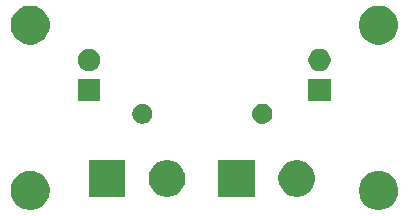
<source format=gts>
G04 #@! TF.GenerationSoftware,KiCad,Pcbnew,5.0.2+dfsg1-1+deb10u1*
G04 #@! TF.CreationDate,2023-11-23T01:58:30+01:00*
G04 #@! TF.ProjectId,Carte _lectronique pilotage variateur,43617274-6520-4e96-9c65-6374726f6e69,rev?*
G04 #@! TF.SameCoordinates,Original*
G04 #@! TF.FileFunction,Soldermask,Top*
G04 #@! TF.FilePolarity,Negative*
%FSLAX46Y46*%
G04 Gerber Fmt 4.6, Leading zero omitted, Abs format (unit mm)*
G04 Created by KiCad (PCBNEW 5.0.2+dfsg1-1+deb10u1) date jeu. 23 nov. 2023 01:58:30 CET*
%MOMM*%
%LPD*%
G01*
G04 APERTURE LIST*
%ADD10C,0.150000*%
G04 APERTURE END LIST*
D10*
G36*
X157375256Y-98391298D02*
X157481579Y-98412447D01*
X157782042Y-98536903D01*
X158048852Y-98715180D01*
X158052454Y-98717587D01*
X158282413Y-98947546D01*
X158463098Y-99217960D01*
X158587553Y-99518422D01*
X158651000Y-99837389D01*
X158651000Y-100162611D01*
X158608856Y-100374479D01*
X158587553Y-100481579D01*
X158558798Y-100551000D01*
X158463098Y-100782040D01*
X158282413Y-101052454D01*
X158052454Y-101282413D01*
X158052451Y-101282415D01*
X157782042Y-101463097D01*
X157481579Y-101587553D01*
X157375256Y-101608702D01*
X157162611Y-101651000D01*
X156837389Y-101651000D01*
X156624744Y-101608702D01*
X156518421Y-101587553D01*
X156217958Y-101463097D01*
X155947549Y-101282415D01*
X155947546Y-101282413D01*
X155717587Y-101052454D01*
X155536902Y-100782040D01*
X155441202Y-100551000D01*
X155412447Y-100481579D01*
X155391144Y-100374479D01*
X155349000Y-100162611D01*
X155349000Y-99837389D01*
X155412447Y-99518422D01*
X155536902Y-99217960D01*
X155717587Y-98947546D01*
X155947546Y-98717587D01*
X155951148Y-98715180D01*
X156217958Y-98536903D01*
X156518421Y-98412447D01*
X156624744Y-98391298D01*
X156837389Y-98349000D01*
X157162611Y-98349000D01*
X157375256Y-98391298D01*
X157375256Y-98391298D01*
G37*
G36*
X186875256Y-98391298D02*
X186981579Y-98412447D01*
X187282042Y-98536903D01*
X187548852Y-98715180D01*
X187552454Y-98717587D01*
X187782413Y-98947546D01*
X187963098Y-99217960D01*
X188087553Y-99518422D01*
X188151000Y-99837389D01*
X188151000Y-100162611D01*
X188108856Y-100374479D01*
X188087553Y-100481579D01*
X188058798Y-100551000D01*
X187963098Y-100782040D01*
X187782413Y-101052454D01*
X187552454Y-101282413D01*
X187552451Y-101282415D01*
X187282042Y-101463097D01*
X186981579Y-101587553D01*
X186875256Y-101608702D01*
X186662611Y-101651000D01*
X186337389Y-101651000D01*
X186124744Y-101608702D01*
X186018421Y-101587553D01*
X185717958Y-101463097D01*
X185447549Y-101282415D01*
X185447546Y-101282413D01*
X185217587Y-101052454D01*
X185036902Y-100782040D01*
X184941202Y-100551000D01*
X184912447Y-100481579D01*
X184891144Y-100374479D01*
X184849000Y-100162611D01*
X184849000Y-99837389D01*
X184912447Y-99518422D01*
X185036902Y-99217960D01*
X185217587Y-98947546D01*
X185447546Y-98717587D01*
X185451148Y-98715180D01*
X185717958Y-98536903D01*
X186018421Y-98412447D01*
X186124744Y-98391298D01*
X186337389Y-98349000D01*
X186662611Y-98349000D01*
X186875256Y-98391298D01*
X186875256Y-98391298D01*
G37*
G36*
X168932527Y-97488736D02*
X169032410Y-97508604D01*
X169314674Y-97625521D01*
X169568705Y-97795259D01*
X169784741Y-98011295D01*
X169954479Y-98265326D01*
X170066969Y-98536903D01*
X170071396Y-98547591D01*
X170131000Y-98847238D01*
X170131000Y-99152762D01*
X170118031Y-99217960D01*
X170071396Y-99452410D01*
X169954479Y-99734674D01*
X169784741Y-99988705D01*
X169568705Y-100204741D01*
X169314674Y-100374479D01*
X169032410Y-100491396D01*
X168932527Y-100511264D01*
X168732762Y-100551000D01*
X168427238Y-100551000D01*
X168227473Y-100511264D01*
X168127590Y-100491396D01*
X167845326Y-100374479D01*
X167591295Y-100204741D01*
X167375259Y-99988705D01*
X167205521Y-99734674D01*
X167088604Y-99452410D01*
X167041969Y-99217960D01*
X167029000Y-99152762D01*
X167029000Y-98847238D01*
X167088604Y-98547591D01*
X167093031Y-98536903D01*
X167205521Y-98265326D01*
X167375259Y-98011295D01*
X167591295Y-97795259D01*
X167845326Y-97625521D01*
X168127590Y-97508604D01*
X168227473Y-97488736D01*
X168427238Y-97449000D01*
X168732762Y-97449000D01*
X168932527Y-97488736D01*
X168932527Y-97488736D01*
G37*
G36*
X179932527Y-97488736D02*
X180032410Y-97508604D01*
X180314674Y-97625521D01*
X180568705Y-97795259D01*
X180784741Y-98011295D01*
X180954479Y-98265326D01*
X181066969Y-98536903D01*
X181071396Y-98547591D01*
X181131000Y-98847238D01*
X181131000Y-99152762D01*
X181118031Y-99217960D01*
X181071396Y-99452410D01*
X180954479Y-99734674D01*
X180784741Y-99988705D01*
X180568705Y-100204741D01*
X180314674Y-100374479D01*
X180032410Y-100491396D01*
X179932527Y-100511264D01*
X179732762Y-100551000D01*
X179427238Y-100551000D01*
X179227473Y-100511264D01*
X179127590Y-100491396D01*
X178845326Y-100374479D01*
X178591295Y-100204741D01*
X178375259Y-99988705D01*
X178205521Y-99734674D01*
X178088604Y-99452410D01*
X178041969Y-99217960D01*
X178029000Y-99152762D01*
X178029000Y-98847238D01*
X178088604Y-98547591D01*
X178093031Y-98536903D01*
X178205521Y-98265326D01*
X178375259Y-98011295D01*
X178591295Y-97795259D01*
X178845326Y-97625521D01*
X179127590Y-97508604D01*
X179227473Y-97488736D01*
X179427238Y-97449000D01*
X179732762Y-97449000D01*
X179932527Y-97488736D01*
X179932527Y-97488736D01*
G37*
G36*
X176051000Y-100551000D02*
X172949000Y-100551000D01*
X172949000Y-97449000D01*
X176051000Y-97449000D01*
X176051000Y-100551000D01*
X176051000Y-100551000D01*
G37*
G36*
X165051000Y-100551000D02*
X161949000Y-100551000D01*
X161949000Y-97449000D01*
X165051000Y-97449000D01*
X165051000Y-100551000D01*
X165051000Y-100551000D01*
G37*
G36*
X176826821Y-92661313D02*
X176826824Y-92661314D01*
X176826825Y-92661314D01*
X176987239Y-92709975D01*
X176987241Y-92709976D01*
X176987244Y-92709977D01*
X177135078Y-92788995D01*
X177264659Y-92895341D01*
X177371005Y-93024922D01*
X177450023Y-93172756D01*
X177450024Y-93172759D01*
X177450025Y-93172761D01*
X177498686Y-93333175D01*
X177498687Y-93333179D01*
X177515117Y-93500000D01*
X177498687Y-93666821D01*
X177498686Y-93666824D01*
X177498686Y-93666825D01*
X177473993Y-93748228D01*
X177450023Y-93827244D01*
X177371005Y-93975078D01*
X177264659Y-94104659D01*
X177135078Y-94211005D01*
X176987244Y-94290023D01*
X176987241Y-94290024D01*
X176987239Y-94290025D01*
X176826825Y-94338686D01*
X176826824Y-94338686D01*
X176826821Y-94338687D01*
X176701804Y-94351000D01*
X176618196Y-94351000D01*
X176493179Y-94338687D01*
X176493176Y-94338686D01*
X176493175Y-94338686D01*
X176332761Y-94290025D01*
X176332759Y-94290024D01*
X176332756Y-94290023D01*
X176184922Y-94211005D01*
X176055341Y-94104659D01*
X175948995Y-93975078D01*
X175869977Y-93827244D01*
X175846008Y-93748228D01*
X175821314Y-93666825D01*
X175821314Y-93666824D01*
X175821313Y-93666821D01*
X175804883Y-93500000D01*
X175821313Y-93333179D01*
X175821314Y-93333175D01*
X175869975Y-93172761D01*
X175869976Y-93172759D01*
X175869977Y-93172756D01*
X175948995Y-93024922D01*
X176055341Y-92895341D01*
X176184922Y-92788995D01*
X176332756Y-92709977D01*
X176332759Y-92709976D01*
X176332761Y-92709975D01*
X176493175Y-92661314D01*
X176493176Y-92661314D01*
X176493179Y-92661313D01*
X176618196Y-92649000D01*
X176701804Y-92649000D01*
X176826821Y-92661313D01*
X176826821Y-92661313D01*
G37*
G36*
X166748228Y-92681703D02*
X166903100Y-92745853D01*
X167042481Y-92838985D01*
X167161015Y-92957519D01*
X167254147Y-93096900D01*
X167318297Y-93251772D01*
X167351000Y-93416184D01*
X167351000Y-93583816D01*
X167318297Y-93748228D01*
X167254147Y-93903100D01*
X167161015Y-94042481D01*
X167042481Y-94161015D01*
X166903100Y-94254147D01*
X166748228Y-94318297D01*
X166583816Y-94351000D01*
X166416184Y-94351000D01*
X166251772Y-94318297D01*
X166096900Y-94254147D01*
X165957519Y-94161015D01*
X165838985Y-94042481D01*
X165745853Y-93903100D01*
X165681703Y-93748228D01*
X165649000Y-93583816D01*
X165649000Y-93416184D01*
X165681703Y-93251772D01*
X165745853Y-93096900D01*
X165838985Y-92957519D01*
X165957519Y-92838985D01*
X166096900Y-92745853D01*
X166251772Y-92681703D01*
X166416184Y-92649000D01*
X166583816Y-92649000D01*
X166748228Y-92681703D01*
X166748228Y-92681703D01*
G37*
G36*
X162951000Y-92451000D02*
X161049000Y-92451000D01*
X161049000Y-90549000D01*
X162951000Y-90549000D01*
X162951000Y-92451000D01*
X162951000Y-92451000D01*
G37*
G36*
X182451000Y-92451000D02*
X180549000Y-92451000D01*
X180549000Y-90549000D01*
X182451000Y-90549000D01*
X182451000Y-92451000D01*
X182451000Y-92451000D01*
G37*
G36*
X181777396Y-88045546D02*
X181950466Y-88117234D01*
X182106230Y-88221312D01*
X182238688Y-88353770D01*
X182342766Y-88509534D01*
X182414454Y-88682604D01*
X182451000Y-88866333D01*
X182451000Y-89053667D01*
X182414454Y-89237396D01*
X182342766Y-89410466D01*
X182238688Y-89566230D01*
X182106230Y-89698688D01*
X181950466Y-89802766D01*
X181777396Y-89874454D01*
X181593667Y-89911000D01*
X181406333Y-89911000D01*
X181222604Y-89874454D01*
X181049534Y-89802766D01*
X180893770Y-89698688D01*
X180761312Y-89566230D01*
X180657234Y-89410466D01*
X180585546Y-89237396D01*
X180549000Y-89053667D01*
X180549000Y-88866333D01*
X180585546Y-88682604D01*
X180657234Y-88509534D01*
X180761312Y-88353770D01*
X180893770Y-88221312D01*
X181049534Y-88117234D01*
X181222604Y-88045546D01*
X181406333Y-88009000D01*
X181593667Y-88009000D01*
X181777396Y-88045546D01*
X181777396Y-88045546D01*
G37*
G36*
X162277396Y-88045546D02*
X162450466Y-88117234D01*
X162606230Y-88221312D01*
X162738688Y-88353770D01*
X162842766Y-88509534D01*
X162914454Y-88682604D01*
X162951000Y-88866333D01*
X162951000Y-89053667D01*
X162914454Y-89237396D01*
X162842766Y-89410466D01*
X162738688Y-89566230D01*
X162606230Y-89698688D01*
X162450466Y-89802766D01*
X162277396Y-89874454D01*
X162093667Y-89911000D01*
X161906333Y-89911000D01*
X161722604Y-89874454D01*
X161549534Y-89802766D01*
X161393770Y-89698688D01*
X161261312Y-89566230D01*
X161157234Y-89410466D01*
X161085546Y-89237396D01*
X161049000Y-89053667D01*
X161049000Y-88866333D01*
X161085546Y-88682604D01*
X161157234Y-88509534D01*
X161261312Y-88353770D01*
X161393770Y-88221312D01*
X161549534Y-88117234D01*
X161722604Y-88045546D01*
X161906333Y-88009000D01*
X162093667Y-88009000D01*
X162277396Y-88045546D01*
X162277396Y-88045546D01*
G37*
G36*
X186875256Y-84391298D02*
X186981579Y-84412447D01*
X187282042Y-84536903D01*
X187548852Y-84715180D01*
X187552454Y-84717587D01*
X187782413Y-84947546D01*
X187963098Y-85217960D01*
X188087553Y-85518422D01*
X188151000Y-85837389D01*
X188151000Y-86162611D01*
X188087553Y-86481578D01*
X187963098Y-86782040D01*
X187782413Y-87052454D01*
X187552454Y-87282413D01*
X187552451Y-87282415D01*
X187282042Y-87463097D01*
X186981579Y-87587553D01*
X186875256Y-87608702D01*
X186662611Y-87651000D01*
X186337389Y-87651000D01*
X186124744Y-87608702D01*
X186018421Y-87587553D01*
X185717958Y-87463097D01*
X185447549Y-87282415D01*
X185447546Y-87282413D01*
X185217587Y-87052454D01*
X185036902Y-86782040D01*
X184912447Y-86481578D01*
X184849000Y-86162611D01*
X184849000Y-85837389D01*
X184912447Y-85518422D01*
X185036902Y-85217960D01*
X185217587Y-84947546D01*
X185447546Y-84717587D01*
X185451148Y-84715180D01*
X185717958Y-84536903D01*
X186018421Y-84412447D01*
X186124744Y-84391298D01*
X186337389Y-84349000D01*
X186662611Y-84349000D01*
X186875256Y-84391298D01*
X186875256Y-84391298D01*
G37*
G36*
X157375256Y-84391298D02*
X157481579Y-84412447D01*
X157782042Y-84536903D01*
X158048852Y-84715180D01*
X158052454Y-84717587D01*
X158282413Y-84947546D01*
X158463098Y-85217960D01*
X158587553Y-85518422D01*
X158651000Y-85837389D01*
X158651000Y-86162611D01*
X158587553Y-86481578D01*
X158463098Y-86782040D01*
X158282413Y-87052454D01*
X158052454Y-87282413D01*
X158052451Y-87282415D01*
X157782042Y-87463097D01*
X157481579Y-87587553D01*
X157375256Y-87608702D01*
X157162611Y-87651000D01*
X156837389Y-87651000D01*
X156624744Y-87608702D01*
X156518421Y-87587553D01*
X156217958Y-87463097D01*
X155947549Y-87282415D01*
X155947546Y-87282413D01*
X155717587Y-87052454D01*
X155536902Y-86782040D01*
X155412447Y-86481578D01*
X155349000Y-86162611D01*
X155349000Y-85837389D01*
X155412447Y-85518422D01*
X155536902Y-85217960D01*
X155717587Y-84947546D01*
X155947546Y-84717587D01*
X155951148Y-84715180D01*
X156217958Y-84536903D01*
X156518421Y-84412447D01*
X156624744Y-84391298D01*
X156837389Y-84349000D01*
X157162611Y-84349000D01*
X157375256Y-84391298D01*
X157375256Y-84391298D01*
G37*
M02*

</source>
